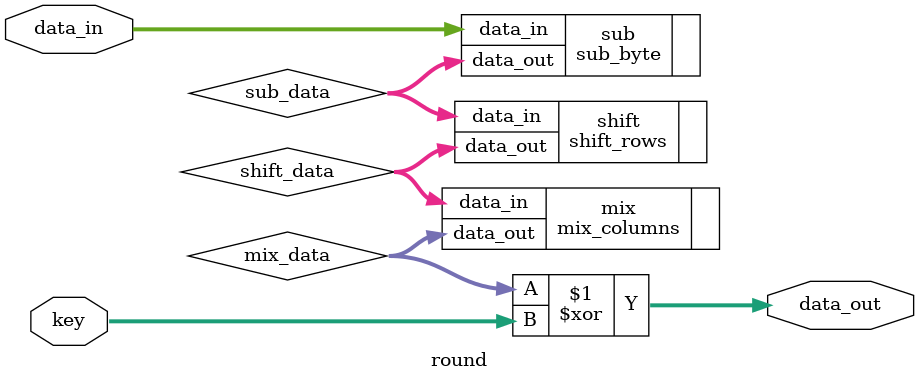
<source format=v>
module round (
    input [127:0] data_in,
    input [127:0] key,
    output [127:0] data_out
);

wire [127:0] sub_data, shift_data, mix_data;

sub_byte sub(.data_in(data_in), .data_out(sub_data));
shift_rows shift(.data_in(sub_data), .data_out(shift_data));
mix_columns mix(.data_in(shift_data), .data_out(mix_data));

// Add round key
assign data_out = mix_data ^ key;

endmodule
</source>
